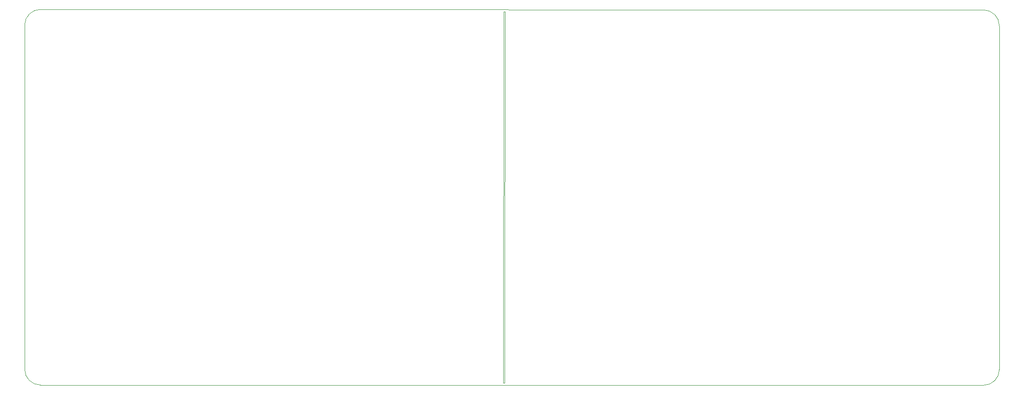
<source format=gbr>
%TF.GenerationSoftware,KiCad,Pcbnew,7.0.2-0*%
%TF.CreationDate,2024-08-24T17:52:38-04:00*%
%TF.ProjectId,PCB,5043422e-6b69-4636-9164-5f7063625858,rev?*%
%TF.SameCoordinates,Original*%
%TF.FileFunction,Profile,NP*%
%FSLAX46Y46*%
G04 Gerber Fmt 4.6, Leading zero omitted, Abs format (unit mm)*
G04 Created by KiCad (PCBNEW 7.0.2-0) date 2024-08-24 17:52:38*
%MOMM*%
%LPD*%
G01*
G04 APERTURE LIST*
%TA.AperFunction,Profile*%
%ADD10C,0.100000*%
%TD*%
G04 APERTURE END LIST*
D10*
X206400000Y-23850000D02*
X28250000Y-23749584D01*
X209400000Y-26850000D02*
G75*
G03*
X206400000Y-23850000I-3000000J0D01*
G01*
X115700000Y-94450000D02*
X115750000Y-24150000D01*
X25250000Y-91850000D02*
G75*
G03*
X28250000Y-94850000I3000000J0D01*
G01*
X209400000Y-91900000D02*
X209400000Y-26850000D01*
X28250000Y-94850000D02*
X206400000Y-94900000D01*
X115950000Y-89100000D02*
X115950000Y-94450000D01*
X115750000Y-24150000D02*
X116000000Y-24150000D01*
X28250000Y-23749585D02*
G75*
G03*
X25250002Y-26700000I0J-3000415D01*
G01*
X115950000Y-94450000D02*
X115700000Y-94450000D01*
X25250001Y-26700000D02*
X25250000Y-91850000D01*
X116000000Y-24150000D02*
X115950000Y-89100000D01*
X206400000Y-94900000D02*
G75*
G03*
X209400000Y-91900000I0J3000000D01*
G01*
M02*

</source>
